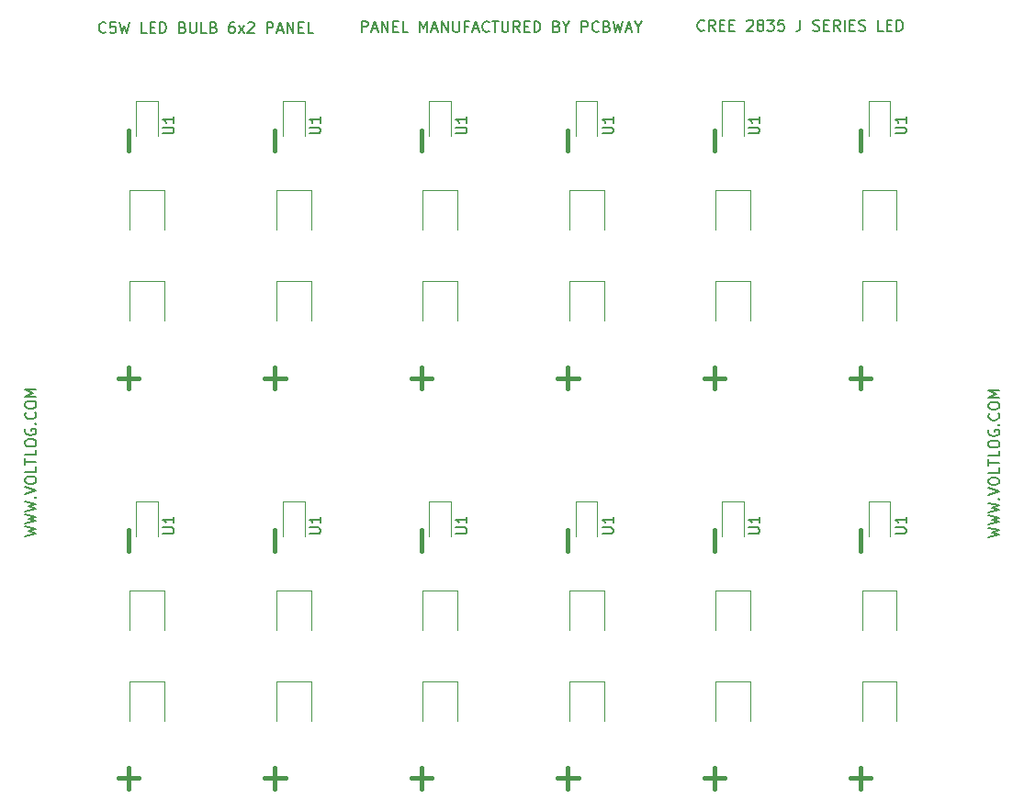
<source format=gbr>
G04 #@! TF.GenerationSoftware,KiCad,Pcbnew,(5.1.5)-3*
G04 #@! TF.CreationDate,2020-08-22T08:16:36+03:00*
G04 #@! TF.ProjectId,C5W LED series,43355720-4c45-4442-9073-65726965732e,rev?*
G04 #@! TF.SameCoordinates,Original*
G04 #@! TF.FileFunction,Legend,Top*
G04 #@! TF.FilePolarity,Positive*
%FSLAX46Y46*%
G04 Gerber Fmt 4.6, Leading zero omitted, Abs format (unit mm)*
G04 Created by KiCad (PCBNEW (5.1.5)-3) date 2020-08-22 08:16:36*
%MOMM*%
%LPD*%
G04 APERTURE LIST*
%ADD10C,0.150000*%
%ADD11C,0.400000*%
%ADD12C,0.120000*%
G04 APERTURE END LIST*
D10*
X213752380Y-98609523D02*
X214752380Y-98371428D01*
X214038095Y-98180952D01*
X214752380Y-97990476D01*
X213752380Y-97752380D01*
X213752380Y-97466666D02*
X214752380Y-97228571D01*
X214038095Y-97038095D01*
X214752380Y-96847619D01*
X213752380Y-96609523D01*
X213752380Y-96323809D02*
X214752380Y-96085714D01*
X214038095Y-95895238D01*
X214752380Y-95704761D01*
X213752380Y-95466666D01*
X214657142Y-95085714D02*
X214704761Y-95038095D01*
X214752380Y-95085714D01*
X214704761Y-95133333D01*
X214657142Y-95085714D01*
X214752380Y-95085714D01*
X213752380Y-94752380D02*
X214752380Y-94419047D01*
X213752380Y-94085714D01*
X213752380Y-93561904D02*
X213752380Y-93371428D01*
X213800000Y-93276190D01*
X213895238Y-93180952D01*
X214085714Y-93133333D01*
X214419047Y-93133333D01*
X214609523Y-93180952D01*
X214704761Y-93276190D01*
X214752380Y-93371428D01*
X214752380Y-93561904D01*
X214704761Y-93657142D01*
X214609523Y-93752380D01*
X214419047Y-93800000D01*
X214085714Y-93800000D01*
X213895238Y-93752380D01*
X213800000Y-93657142D01*
X213752380Y-93561904D01*
X214752380Y-92228571D02*
X214752380Y-92704761D01*
X213752380Y-92704761D01*
X213752380Y-92038095D02*
X213752380Y-91466666D01*
X214752380Y-91752380D02*
X213752380Y-91752380D01*
X214752380Y-90657142D02*
X214752380Y-91133333D01*
X213752380Y-91133333D01*
X213752380Y-90133333D02*
X213752380Y-89942857D01*
X213800000Y-89847619D01*
X213895238Y-89752380D01*
X214085714Y-89704761D01*
X214419047Y-89704761D01*
X214609523Y-89752380D01*
X214704761Y-89847619D01*
X214752380Y-89942857D01*
X214752380Y-90133333D01*
X214704761Y-90228571D01*
X214609523Y-90323809D01*
X214419047Y-90371428D01*
X214085714Y-90371428D01*
X213895238Y-90323809D01*
X213800000Y-90228571D01*
X213752380Y-90133333D01*
X213800000Y-88752380D02*
X213752380Y-88847619D01*
X213752380Y-88990476D01*
X213800000Y-89133333D01*
X213895238Y-89228571D01*
X213990476Y-89276190D01*
X214180952Y-89323809D01*
X214323809Y-89323809D01*
X214514285Y-89276190D01*
X214609523Y-89228571D01*
X214704761Y-89133333D01*
X214752380Y-88990476D01*
X214752380Y-88895238D01*
X214704761Y-88752380D01*
X214657142Y-88704761D01*
X214323809Y-88704761D01*
X214323809Y-88895238D01*
X214657142Y-88276190D02*
X214704761Y-88228571D01*
X214752380Y-88276190D01*
X214704761Y-88323809D01*
X214657142Y-88276190D01*
X214752380Y-88276190D01*
X214657142Y-87228571D02*
X214704761Y-87276190D01*
X214752380Y-87419047D01*
X214752380Y-87514285D01*
X214704761Y-87657142D01*
X214609523Y-87752380D01*
X214514285Y-87800000D01*
X214323809Y-87847619D01*
X214180952Y-87847619D01*
X213990476Y-87800000D01*
X213895238Y-87752380D01*
X213800000Y-87657142D01*
X213752380Y-87514285D01*
X213752380Y-87419047D01*
X213800000Y-87276190D01*
X213847619Y-87228571D01*
X213752380Y-86609523D02*
X213752380Y-86419047D01*
X213800000Y-86323809D01*
X213895238Y-86228571D01*
X214085714Y-86180952D01*
X214419047Y-86180952D01*
X214609523Y-86228571D01*
X214704761Y-86323809D01*
X214752380Y-86419047D01*
X214752380Y-86609523D01*
X214704761Y-86704761D01*
X214609523Y-86800000D01*
X214419047Y-86847619D01*
X214085714Y-86847619D01*
X213895238Y-86800000D01*
X213800000Y-86704761D01*
X213752380Y-86609523D01*
X214752380Y-85752380D02*
X213752380Y-85752380D01*
X214466666Y-85419047D01*
X213752380Y-85085714D01*
X214752380Y-85085714D01*
X124952380Y-98509523D02*
X125952380Y-98271428D01*
X125238095Y-98080952D01*
X125952380Y-97890476D01*
X124952380Y-97652380D01*
X124952380Y-97366666D02*
X125952380Y-97128571D01*
X125238095Y-96938095D01*
X125952380Y-96747619D01*
X124952380Y-96509523D01*
X124952380Y-96223809D02*
X125952380Y-95985714D01*
X125238095Y-95795238D01*
X125952380Y-95604761D01*
X124952380Y-95366666D01*
X125857142Y-94985714D02*
X125904761Y-94938095D01*
X125952380Y-94985714D01*
X125904761Y-95033333D01*
X125857142Y-94985714D01*
X125952380Y-94985714D01*
X124952380Y-94652380D02*
X125952380Y-94319047D01*
X124952380Y-93985714D01*
X124952380Y-93461904D02*
X124952380Y-93271428D01*
X125000000Y-93176190D01*
X125095238Y-93080952D01*
X125285714Y-93033333D01*
X125619047Y-93033333D01*
X125809523Y-93080952D01*
X125904761Y-93176190D01*
X125952380Y-93271428D01*
X125952380Y-93461904D01*
X125904761Y-93557142D01*
X125809523Y-93652380D01*
X125619047Y-93700000D01*
X125285714Y-93700000D01*
X125095238Y-93652380D01*
X125000000Y-93557142D01*
X124952380Y-93461904D01*
X125952380Y-92128571D02*
X125952380Y-92604761D01*
X124952380Y-92604761D01*
X124952380Y-91938095D02*
X124952380Y-91366666D01*
X125952380Y-91652380D02*
X124952380Y-91652380D01*
X125952380Y-90557142D02*
X125952380Y-91033333D01*
X124952380Y-91033333D01*
X124952380Y-90033333D02*
X124952380Y-89842857D01*
X125000000Y-89747619D01*
X125095238Y-89652380D01*
X125285714Y-89604761D01*
X125619047Y-89604761D01*
X125809523Y-89652380D01*
X125904761Y-89747619D01*
X125952380Y-89842857D01*
X125952380Y-90033333D01*
X125904761Y-90128571D01*
X125809523Y-90223809D01*
X125619047Y-90271428D01*
X125285714Y-90271428D01*
X125095238Y-90223809D01*
X125000000Y-90128571D01*
X124952380Y-90033333D01*
X125000000Y-88652380D02*
X124952380Y-88747619D01*
X124952380Y-88890476D01*
X125000000Y-89033333D01*
X125095238Y-89128571D01*
X125190476Y-89176190D01*
X125380952Y-89223809D01*
X125523809Y-89223809D01*
X125714285Y-89176190D01*
X125809523Y-89128571D01*
X125904761Y-89033333D01*
X125952380Y-88890476D01*
X125952380Y-88795238D01*
X125904761Y-88652380D01*
X125857142Y-88604761D01*
X125523809Y-88604761D01*
X125523809Y-88795238D01*
X125857142Y-88176190D02*
X125904761Y-88128571D01*
X125952380Y-88176190D01*
X125904761Y-88223809D01*
X125857142Y-88176190D01*
X125952380Y-88176190D01*
X125857142Y-87128571D02*
X125904761Y-87176190D01*
X125952380Y-87319047D01*
X125952380Y-87414285D01*
X125904761Y-87557142D01*
X125809523Y-87652380D01*
X125714285Y-87700000D01*
X125523809Y-87747619D01*
X125380952Y-87747619D01*
X125190476Y-87700000D01*
X125095238Y-87652380D01*
X125000000Y-87557142D01*
X124952380Y-87414285D01*
X124952380Y-87319047D01*
X125000000Y-87176190D01*
X125047619Y-87128571D01*
X124952380Y-86509523D02*
X124952380Y-86319047D01*
X125000000Y-86223809D01*
X125095238Y-86128571D01*
X125285714Y-86080952D01*
X125619047Y-86080952D01*
X125809523Y-86128571D01*
X125904761Y-86223809D01*
X125952380Y-86319047D01*
X125952380Y-86509523D01*
X125904761Y-86604761D01*
X125809523Y-86700000D01*
X125619047Y-86747619D01*
X125285714Y-86747619D01*
X125095238Y-86700000D01*
X125000000Y-86604761D01*
X124952380Y-86509523D01*
X125952380Y-85652380D02*
X124952380Y-85652380D01*
X125666666Y-85319047D01*
X124952380Y-84985714D01*
X125952380Y-84985714D01*
X155966666Y-52052380D02*
X155966666Y-51052380D01*
X156347619Y-51052380D01*
X156442857Y-51100000D01*
X156490476Y-51147619D01*
X156538095Y-51242857D01*
X156538095Y-51385714D01*
X156490476Y-51480952D01*
X156442857Y-51528571D01*
X156347619Y-51576190D01*
X155966666Y-51576190D01*
X156919047Y-51766666D02*
X157395238Y-51766666D01*
X156823809Y-52052380D02*
X157157142Y-51052380D01*
X157490476Y-52052380D01*
X157823809Y-52052380D02*
X157823809Y-51052380D01*
X158395238Y-52052380D01*
X158395238Y-51052380D01*
X158871428Y-51528571D02*
X159204761Y-51528571D01*
X159347619Y-52052380D02*
X158871428Y-52052380D01*
X158871428Y-51052380D01*
X159347619Y-51052380D01*
X160252380Y-52052380D02*
X159776190Y-52052380D01*
X159776190Y-51052380D01*
X161347619Y-52052380D02*
X161347619Y-51052380D01*
X161680952Y-51766666D01*
X162014285Y-51052380D01*
X162014285Y-52052380D01*
X162442857Y-51766666D02*
X162919047Y-51766666D01*
X162347619Y-52052380D02*
X162680952Y-51052380D01*
X163014285Y-52052380D01*
X163347619Y-52052380D02*
X163347619Y-51052380D01*
X163919047Y-52052380D01*
X163919047Y-51052380D01*
X164395238Y-51052380D02*
X164395238Y-51861904D01*
X164442857Y-51957142D01*
X164490476Y-52004761D01*
X164585714Y-52052380D01*
X164776190Y-52052380D01*
X164871428Y-52004761D01*
X164919047Y-51957142D01*
X164966666Y-51861904D01*
X164966666Y-51052380D01*
X165776190Y-51528571D02*
X165442857Y-51528571D01*
X165442857Y-52052380D02*
X165442857Y-51052380D01*
X165919047Y-51052380D01*
X166252380Y-51766666D02*
X166728571Y-51766666D01*
X166157142Y-52052380D02*
X166490476Y-51052380D01*
X166823809Y-52052380D01*
X167728571Y-51957142D02*
X167680952Y-52004761D01*
X167538095Y-52052380D01*
X167442857Y-52052380D01*
X167300000Y-52004761D01*
X167204761Y-51909523D01*
X167157142Y-51814285D01*
X167109523Y-51623809D01*
X167109523Y-51480952D01*
X167157142Y-51290476D01*
X167204761Y-51195238D01*
X167300000Y-51100000D01*
X167442857Y-51052380D01*
X167538095Y-51052380D01*
X167680952Y-51100000D01*
X167728571Y-51147619D01*
X168014285Y-51052380D02*
X168585714Y-51052380D01*
X168300000Y-52052380D02*
X168300000Y-51052380D01*
X168919047Y-51052380D02*
X168919047Y-51861904D01*
X168966666Y-51957142D01*
X169014285Y-52004761D01*
X169109523Y-52052380D01*
X169300000Y-52052380D01*
X169395238Y-52004761D01*
X169442857Y-51957142D01*
X169490476Y-51861904D01*
X169490476Y-51052380D01*
X170538095Y-52052380D02*
X170204761Y-51576190D01*
X169966666Y-52052380D02*
X169966666Y-51052380D01*
X170347619Y-51052380D01*
X170442857Y-51100000D01*
X170490476Y-51147619D01*
X170538095Y-51242857D01*
X170538095Y-51385714D01*
X170490476Y-51480952D01*
X170442857Y-51528571D01*
X170347619Y-51576190D01*
X169966666Y-51576190D01*
X170966666Y-51528571D02*
X171300000Y-51528571D01*
X171442857Y-52052380D02*
X170966666Y-52052380D01*
X170966666Y-51052380D01*
X171442857Y-51052380D01*
X171871428Y-52052380D02*
X171871428Y-51052380D01*
X172109523Y-51052380D01*
X172252380Y-51100000D01*
X172347619Y-51195238D01*
X172395238Y-51290476D01*
X172442857Y-51480952D01*
X172442857Y-51623809D01*
X172395238Y-51814285D01*
X172347619Y-51909523D01*
X172252380Y-52004761D01*
X172109523Y-52052380D01*
X171871428Y-52052380D01*
X173966666Y-51528571D02*
X174109523Y-51576190D01*
X174157142Y-51623809D01*
X174204761Y-51719047D01*
X174204761Y-51861904D01*
X174157142Y-51957142D01*
X174109523Y-52004761D01*
X174014285Y-52052380D01*
X173633333Y-52052380D01*
X173633333Y-51052380D01*
X173966666Y-51052380D01*
X174061904Y-51100000D01*
X174109523Y-51147619D01*
X174157142Y-51242857D01*
X174157142Y-51338095D01*
X174109523Y-51433333D01*
X174061904Y-51480952D01*
X173966666Y-51528571D01*
X173633333Y-51528571D01*
X174823809Y-51576190D02*
X174823809Y-52052380D01*
X174490476Y-51052380D02*
X174823809Y-51576190D01*
X175157142Y-51052380D01*
X176252380Y-52052380D02*
X176252380Y-51052380D01*
X176633333Y-51052380D01*
X176728571Y-51100000D01*
X176776190Y-51147619D01*
X176823809Y-51242857D01*
X176823809Y-51385714D01*
X176776190Y-51480952D01*
X176728571Y-51528571D01*
X176633333Y-51576190D01*
X176252380Y-51576190D01*
X177823809Y-51957142D02*
X177776190Y-52004761D01*
X177633333Y-52052380D01*
X177538095Y-52052380D01*
X177395238Y-52004761D01*
X177300000Y-51909523D01*
X177252380Y-51814285D01*
X177204761Y-51623809D01*
X177204761Y-51480952D01*
X177252380Y-51290476D01*
X177300000Y-51195238D01*
X177395238Y-51100000D01*
X177538095Y-51052380D01*
X177633333Y-51052380D01*
X177776190Y-51100000D01*
X177823809Y-51147619D01*
X178585714Y-51528571D02*
X178728571Y-51576190D01*
X178776190Y-51623809D01*
X178823809Y-51719047D01*
X178823809Y-51861904D01*
X178776190Y-51957142D01*
X178728571Y-52004761D01*
X178633333Y-52052380D01*
X178252380Y-52052380D01*
X178252380Y-51052380D01*
X178585714Y-51052380D01*
X178680952Y-51100000D01*
X178728571Y-51147619D01*
X178776190Y-51242857D01*
X178776190Y-51338095D01*
X178728571Y-51433333D01*
X178680952Y-51480952D01*
X178585714Y-51528571D01*
X178252380Y-51528571D01*
X179157142Y-51052380D02*
X179395238Y-52052380D01*
X179585714Y-51338095D01*
X179776190Y-52052380D01*
X180014285Y-51052380D01*
X180347619Y-51766666D02*
X180823809Y-51766666D01*
X180252380Y-52052380D02*
X180585714Y-51052380D01*
X180919047Y-52052380D01*
X181442857Y-51576190D02*
X181442857Y-52052380D01*
X181109523Y-51052380D02*
X181442857Y-51576190D01*
X181776190Y-51052380D01*
X187542857Y-51857142D02*
X187495238Y-51904761D01*
X187352380Y-51952380D01*
X187257142Y-51952380D01*
X187114285Y-51904761D01*
X187019047Y-51809523D01*
X186971428Y-51714285D01*
X186923809Y-51523809D01*
X186923809Y-51380952D01*
X186971428Y-51190476D01*
X187019047Y-51095238D01*
X187114285Y-51000000D01*
X187257142Y-50952380D01*
X187352380Y-50952380D01*
X187495238Y-51000000D01*
X187542857Y-51047619D01*
X188542857Y-51952380D02*
X188209523Y-51476190D01*
X187971428Y-51952380D02*
X187971428Y-50952380D01*
X188352380Y-50952380D01*
X188447619Y-51000000D01*
X188495238Y-51047619D01*
X188542857Y-51142857D01*
X188542857Y-51285714D01*
X188495238Y-51380952D01*
X188447619Y-51428571D01*
X188352380Y-51476190D01*
X187971428Y-51476190D01*
X188971428Y-51428571D02*
X189304761Y-51428571D01*
X189447619Y-51952380D02*
X188971428Y-51952380D01*
X188971428Y-50952380D01*
X189447619Y-50952380D01*
X189876190Y-51428571D02*
X190209523Y-51428571D01*
X190352380Y-51952380D02*
X189876190Y-51952380D01*
X189876190Y-50952380D01*
X190352380Y-50952380D01*
X191495238Y-51047619D02*
X191542857Y-51000000D01*
X191638095Y-50952380D01*
X191876190Y-50952380D01*
X191971428Y-51000000D01*
X192019047Y-51047619D01*
X192066666Y-51142857D01*
X192066666Y-51238095D01*
X192019047Y-51380952D01*
X191447619Y-51952380D01*
X192066666Y-51952380D01*
X192638095Y-51380952D02*
X192542857Y-51333333D01*
X192495238Y-51285714D01*
X192447619Y-51190476D01*
X192447619Y-51142857D01*
X192495238Y-51047619D01*
X192542857Y-51000000D01*
X192638095Y-50952380D01*
X192828571Y-50952380D01*
X192923809Y-51000000D01*
X192971428Y-51047619D01*
X193019047Y-51142857D01*
X193019047Y-51190476D01*
X192971428Y-51285714D01*
X192923809Y-51333333D01*
X192828571Y-51380952D01*
X192638095Y-51380952D01*
X192542857Y-51428571D01*
X192495238Y-51476190D01*
X192447619Y-51571428D01*
X192447619Y-51761904D01*
X192495238Y-51857142D01*
X192542857Y-51904761D01*
X192638095Y-51952380D01*
X192828571Y-51952380D01*
X192923809Y-51904761D01*
X192971428Y-51857142D01*
X193019047Y-51761904D01*
X193019047Y-51571428D01*
X192971428Y-51476190D01*
X192923809Y-51428571D01*
X192828571Y-51380952D01*
X193352380Y-50952380D02*
X193971428Y-50952380D01*
X193638095Y-51333333D01*
X193780952Y-51333333D01*
X193876190Y-51380952D01*
X193923809Y-51428571D01*
X193971428Y-51523809D01*
X193971428Y-51761904D01*
X193923809Y-51857142D01*
X193876190Y-51904761D01*
X193780952Y-51952380D01*
X193495238Y-51952380D01*
X193400000Y-51904761D01*
X193352380Y-51857142D01*
X194876190Y-50952380D02*
X194400000Y-50952380D01*
X194352380Y-51428571D01*
X194400000Y-51380952D01*
X194495238Y-51333333D01*
X194733333Y-51333333D01*
X194828571Y-51380952D01*
X194876190Y-51428571D01*
X194923809Y-51523809D01*
X194923809Y-51761904D01*
X194876190Y-51857142D01*
X194828571Y-51904761D01*
X194733333Y-51952380D01*
X194495238Y-51952380D01*
X194400000Y-51904761D01*
X194352380Y-51857142D01*
X196400000Y-50952380D02*
X196400000Y-51666666D01*
X196352380Y-51809523D01*
X196257142Y-51904761D01*
X196114285Y-51952380D01*
X196019047Y-51952380D01*
X197590476Y-51904761D02*
X197733333Y-51952380D01*
X197971428Y-51952380D01*
X198066666Y-51904761D01*
X198114285Y-51857142D01*
X198161904Y-51761904D01*
X198161904Y-51666666D01*
X198114285Y-51571428D01*
X198066666Y-51523809D01*
X197971428Y-51476190D01*
X197780952Y-51428571D01*
X197685714Y-51380952D01*
X197638095Y-51333333D01*
X197590476Y-51238095D01*
X197590476Y-51142857D01*
X197638095Y-51047619D01*
X197685714Y-51000000D01*
X197780952Y-50952380D01*
X198019047Y-50952380D01*
X198161904Y-51000000D01*
X198590476Y-51428571D02*
X198923809Y-51428571D01*
X199066666Y-51952380D02*
X198590476Y-51952380D01*
X198590476Y-50952380D01*
X199066666Y-50952380D01*
X200066666Y-51952380D02*
X199733333Y-51476190D01*
X199495238Y-51952380D02*
X199495238Y-50952380D01*
X199876190Y-50952380D01*
X199971428Y-51000000D01*
X200019047Y-51047619D01*
X200066666Y-51142857D01*
X200066666Y-51285714D01*
X200019047Y-51380952D01*
X199971428Y-51428571D01*
X199876190Y-51476190D01*
X199495238Y-51476190D01*
X200495238Y-51952380D02*
X200495238Y-50952380D01*
X200971428Y-51428571D02*
X201304761Y-51428571D01*
X201447619Y-51952380D02*
X200971428Y-51952380D01*
X200971428Y-50952380D01*
X201447619Y-50952380D01*
X201828571Y-51904761D02*
X201971428Y-51952380D01*
X202209523Y-51952380D01*
X202304761Y-51904761D01*
X202352380Y-51857142D01*
X202400000Y-51761904D01*
X202400000Y-51666666D01*
X202352380Y-51571428D01*
X202304761Y-51523809D01*
X202209523Y-51476190D01*
X202019047Y-51428571D01*
X201923809Y-51380952D01*
X201876190Y-51333333D01*
X201828571Y-51238095D01*
X201828571Y-51142857D01*
X201876190Y-51047619D01*
X201923809Y-51000000D01*
X202019047Y-50952380D01*
X202257142Y-50952380D01*
X202400000Y-51000000D01*
X204066666Y-51952380D02*
X203590476Y-51952380D01*
X203590476Y-50952380D01*
X204400000Y-51428571D02*
X204733333Y-51428571D01*
X204876190Y-51952380D02*
X204400000Y-51952380D01*
X204400000Y-50952380D01*
X204876190Y-50952380D01*
X205304761Y-51952380D02*
X205304761Y-50952380D01*
X205542857Y-50952380D01*
X205685714Y-51000000D01*
X205780952Y-51095238D01*
X205828571Y-51190476D01*
X205876190Y-51380952D01*
X205876190Y-51523809D01*
X205828571Y-51714285D01*
X205780952Y-51809523D01*
X205685714Y-51904761D01*
X205542857Y-51952380D01*
X205304761Y-51952380D01*
X132385714Y-52057142D02*
X132338095Y-52104761D01*
X132195238Y-52152380D01*
X132100000Y-52152380D01*
X131957142Y-52104761D01*
X131861904Y-52009523D01*
X131814285Y-51914285D01*
X131766666Y-51723809D01*
X131766666Y-51580952D01*
X131814285Y-51390476D01*
X131861904Y-51295238D01*
X131957142Y-51200000D01*
X132100000Y-51152380D01*
X132195238Y-51152380D01*
X132338095Y-51200000D01*
X132385714Y-51247619D01*
X133290476Y-51152380D02*
X132814285Y-51152380D01*
X132766666Y-51628571D01*
X132814285Y-51580952D01*
X132909523Y-51533333D01*
X133147619Y-51533333D01*
X133242857Y-51580952D01*
X133290476Y-51628571D01*
X133338095Y-51723809D01*
X133338095Y-51961904D01*
X133290476Y-52057142D01*
X133242857Y-52104761D01*
X133147619Y-52152380D01*
X132909523Y-52152380D01*
X132814285Y-52104761D01*
X132766666Y-52057142D01*
X133671428Y-51152380D02*
X133909523Y-52152380D01*
X134100000Y-51438095D01*
X134290476Y-52152380D01*
X134528571Y-51152380D01*
X136147619Y-52152380D02*
X135671428Y-52152380D01*
X135671428Y-51152380D01*
X136480952Y-51628571D02*
X136814285Y-51628571D01*
X136957142Y-52152380D02*
X136480952Y-52152380D01*
X136480952Y-51152380D01*
X136957142Y-51152380D01*
X137385714Y-52152380D02*
X137385714Y-51152380D01*
X137623809Y-51152380D01*
X137766666Y-51200000D01*
X137861904Y-51295238D01*
X137909523Y-51390476D01*
X137957142Y-51580952D01*
X137957142Y-51723809D01*
X137909523Y-51914285D01*
X137861904Y-52009523D01*
X137766666Y-52104761D01*
X137623809Y-52152380D01*
X137385714Y-52152380D01*
X139480952Y-51628571D02*
X139623809Y-51676190D01*
X139671428Y-51723809D01*
X139719047Y-51819047D01*
X139719047Y-51961904D01*
X139671428Y-52057142D01*
X139623809Y-52104761D01*
X139528571Y-52152380D01*
X139147619Y-52152380D01*
X139147619Y-51152380D01*
X139480952Y-51152380D01*
X139576190Y-51200000D01*
X139623809Y-51247619D01*
X139671428Y-51342857D01*
X139671428Y-51438095D01*
X139623809Y-51533333D01*
X139576190Y-51580952D01*
X139480952Y-51628571D01*
X139147619Y-51628571D01*
X140147619Y-51152380D02*
X140147619Y-51961904D01*
X140195238Y-52057142D01*
X140242857Y-52104761D01*
X140338095Y-52152380D01*
X140528571Y-52152380D01*
X140623809Y-52104761D01*
X140671428Y-52057142D01*
X140719047Y-51961904D01*
X140719047Y-51152380D01*
X141671428Y-52152380D02*
X141195238Y-52152380D01*
X141195238Y-51152380D01*
X142338095Y-51628571D02*
X142480952Y-51676190D01*
X142528571Y-51723809D01*
X142576190Y-51819047D01*
X142576190Y-51961904D01*
X142528571Y-52057142D01*
X142480952Y-52104761D01*
X142385714Y-52152380D01*
X142004761Y-52152380D01*
X142004761Y-51152380D01*
X142338095Y-51152380D01*
X142433333Y-51200000D01*
X142480952Y-51247619D01*
X142528571Y-51342857D01*
X142528571Y-51438095D01*
X142480952Y-51533333D01*
X142433333Y-51580952D01*
X142338095Y-51628571D01*
X142004761Y-51628571D01*
X144195238Y-51152380D02*
X144004761Y-51152380D01*
X143909523Y-51200000D01*
X143861904Y-51247619D01*
X143766666Y-51390476D01*
X143719047Y-51580952D01*
X143719047Y-51961904D01*
X143766666Y-52057142D01*
X143814285Y-52104761D01*
X143909523Y-52152380D01*
X144100000Y-52152380D01*
X144195238Y-52104761D01*
X144242857Y-52057142D01*
X144290476Y-51961904D01*
X144290476Y-51723809D01*
X144242857Y-51628571D01*
X144195238Y-51580952D01*
X144100000Y-51533333D01*
X143909523Y-51533333D01*
X143814285Y-51580952D01*
X143766666Y-51628571D01*
X143719047Y-51723809D01*
X144623809Y-52152380D02*
X145147619Y-51485714D01*
X144623809Y-51485714D02*
X145147619Y-52152380D01*
X145480952Y-51247619D02*
X145528571Y-51200000D01*
X145623809Y-51152380D01*
X145861904Y-51152380D01*
X145957142Y-51200000D01*
X146004761Y-51247619D01*
X146052380Y-51342857D01*
X146052380Y-51438095D01*
X146004761Y-51580952D01*
X145433333Y-52152380D01*
X146052380Y-52152380D01*
X147242857Y-52152380D02*
X147242857Y-51152380D01*
X147623809Y-51152380D01*
X147719047Y-51200000D01*
X147766666Y-51247619D01*
X147814285Y-51342857D01*
X147814285Y-51485714D01*
X147766666Y-51580952D01*
X147719047Y-51628571D01*
X147623809Y-51676190D01*
X147242857Y-51676190D01*
X148195238Y-51866666D02*
X148671428Y-51866666D01*
X148100000Y-52152380D02*
X148433333Y-51152380D01*
X148766666Y-52152380D01*
X149100000Y-52152380D02*
X149100000Y-51152380D01*
X149671428Y-52152380D01*
X149671428Y-51152380D01*
X150147619Y-51628571D02*
X150480952Y-51628571D01*
X150623809Y-52152380D02*
X150147619Y-52152380D01*
X150147619Y-51152380D01*
X150623809Y-51152380D01*
X151528571Y-52152380D02*
X151052380Y-52152380D01*
X151052380Y-51152380D01*
D11*
X201978571Y-121802380D02*
X201978571Y-119897619D01*
X202930952Y-120850000D02*
X201026190Y-120850000D01*
X201978571Y-99902380D02*
X201978571Y-97997619D01*
X161478571Y-121802380D02*
X161478571Y-119897619D01*
X162430952Y-120850000D02*
X160526190Y-120850000D01*
X161478571Y-99902380D02*
X161478571Y-97997619D01*
X174978571Y-99902380D02*
X174978571Y-97997619D01*
X174978571Y-121802380D02*
X174978571Y-119897619D01*
X175930952Y-120850000D02*
X174026190Y-120850000D01*
X147978571Y-99902380D02*
X147978571Y-97997619D01*
X147978571Y-121802380D02*
X147978571Y-119897619D01*
X148930952Y-120850000D02*
X147026190Y-120850000D01*
X188478571Y-99902380D02*
X188478571Y-97997619D01*
X188478571Y-121802380D02*
X188478571Y-119897619D01*
X189430952Y-120850000D02*
X187526190Y-120850000D01*
X134478571Y-121802380D02*
X134478571Y-119897619D01*
X135430952Y-120850000D02*
X133526190Y-120850000D01*
X134478571Y-99902380D02*
X134478571Y-97997619D01*
X201978571Y-63002380D02*
X201978571Y-61097619D01*
X201978571Y-84902380D02*
X201978571Y-82997619D01*
X202930952Y-83950000D02*
X201026190Y-83950000D01*
X188478571Y-63002380D02*
X188478571Y-61097619D01*
X188478571Y-84902380D02*
X188478571Y-82997619D01*
X189430952Y-83950000D02*
X187526190Y-83950000D01*
X174978571Y-84902380D02*
X174978571Y-82997619D01*
X175930952Y-83950000D02*
X174026190Y-83950000D01*
X174978571Y-63002380D02*
X174978571Y-61097619D01*
X161478571Y-63002380D02*
X161478571Y-61097619D01*
X161478571Y-84902380D02*
X161478571Y-82997619D01*
X162430952Y-83950000D02*
X160526190Y-83950000D01*
X147978571Y-84902380D02*
X147978571Y-82997619D01*
X148930952Y-83950000D02*
X147026190Y-83950000D01*
X147978571Y-63002380D02*
X147978571Y-61097619D01*
X134478571Y-63002380D02*
X134478571Y-61097619D01*
X134478571Y-84902380D02*
X134478571Y-82997619D01*
X135430952Y-83950000D02*
X133526190Y-83950000D01*
D12*
X204700000Y-98550000D02*
X204700000Y-95350000D01*
X202700000Y-95350000D02*
X202700000Y-98550000D01*
X202700000Y-95350000D02*
X204700000Y-95350000D01*
X151300000Y-111950000D02*
X148100000Y-111950000D01*
X148100000Y-115550000D02*
X148100000Y-111950000D01*
X151300000Y-115550000D02*
X151300000Y-111950000D01*
X205300000Y-111950000D02*
X202100000Y-111950000D01*
X202100000Y-115550000D02*
X202100000Y-111950000D01*
X205300000Y-115550000D02*
X205300000Y-111950000D01*
X164800000Y-115550000D02*
X164800000Y-111950000D01*
X161600000Y-115550000D02*
X161600000Y-111950000D01*
X164800000Y-111950000D02*
X161600000Y-111950000D01*
X150700000Y-98550000D02*
X150700000Y-95350000D01*
X148700000Y-95350000D02*
X148700000Y-98550000D01*
X148700000Y-95350000D02*
X150700000Y-95350000D01*
X151300000Y-103550000D02*
X148100000Y-103550000D01*
X148100000Y-107150000D02*
X148100000Y-103550000D01*
X151300000Y-107150000D02*
X151300000Y-103550000D01*
X205300000Y-103550000D02*
X202100000Y-103550000D01*
X202100000Y-107150000D02*
X202100000Y-103550000D01*
X205300000Y-107150000D02*
X205300000Y-103550000D01*
X191800000Y-107150000D02*
X191800000Y-103550000D01*
X188600000Y-107150000D02*
X188600000Y-103550000D01*
X191800000Y-103550000D02*
X188600000Y-103550000D01*
X164800000Y-107150000D02*
X164800000Y-103550000D01*
X161600000Y-107150000D02*
X161600000Y-103550000D01*
X164800000Y-103550000D02*
X161600000Y-103550000D01*
X191800000Y-115550000D02*
X191800000Y-111950000D01*
X188600000Y-115550000D02*
X188600000Y-111950000D01*
X191800000Y-111950000D02*
X188600000Y-111950000D01*
X178300000Y-111950000D02*
X175100000Y-111950000D01*
X175100000Y-115550000D02*
X175100000Y-111950000D01*
X178300000Y-115550000D02*
X178300000Y-111950000D01*
X162200000Y-95350000D02*
X164200000Y-95350000D01*
X162200000Y-95350000D02*
X162200000Y-98550000D01*
X164200000Y-98550000D02*
X164200000Y-95350000D01*
X178300000Y-103550000D02*
X175100000Y-103550000D01*
X175100000Y-107150000D02*
X175100000Y-103550000D01*
X178300000Y-107150000D02*
X178300000Y-103550000D01*
X189200000Y-95350000D02*
X191200000Y-95350000D01*
X189200000Y-95350000D02*
X189200000Y-98550000D01*
X191200000Y-98550000D02*
X191200000Y-95350000D01*
X177700000Y-98550000D02*
X177700000Y-95350000D01*
X175700000Y-95350000D02*
X175700000Y-98550000D01*
X175700000Y-95350000D02*
X177700000Y-95350000D01*
X137800000Y-115550000D02*
X137800000Y-111950000D01*
X134600000Y-115550000D02*
X134600000Y-111950000D01*
X137800000Y-111950000D02*
X134600000Y-111950000D01*
X137800000Y-107150000D02*
X137800000Y-103550000D01*
X134600000Y-107150000D02*
X134600000Y-103550000D01*
X137800000Y-103550000D02*
X134600000Y-103550000D01*
X135200000Y-95350000D02*
X137200000Y-95350000D01*
X135200000Y-95350000D02*
X135200000Y-98550000D01*
X137200000Y-98550000D02*
X137200000Y-95350000D01*
X205300000Y-70250000D02*
X205300000Y-66650000D01*
X202100000Y-70250000D02*
X202100000Y-66650000D01*
X205300000Y-66650000D02*
X202100000Y-66650000D01*
X205300000Y-78650000D02*
X205300000Y-75050000D01*
X202100000Y-78650000D02*
X202100000Y-75050000D01*
X205300000Y-75050000D02*
X202100000Y-75050000D01*
X202700000Y-58450000D02*
X204700000Y-58450000D01*
X202700000Y-58450000D02*
X202700000Y-61650000D01*
X204700000Y-61650000D02*
X204700000Y-58450000D01*
X191800000Y-75050000D02*
X188600000Y-75050000D01*
X188600000Y-78650000D02*
X188600000Y-75050000D01*
X191800000Y-78650000D02*
X191800000Y-75050000D01*
X191800000Y-66650000D02*
X188600000Y-66650000D01*
X188600000Y-70250000D02*
X188600000Y-66650000D01*
X191800000Y-70250000D02*
X191800000Y-66650000D01*
X191200000Y-61650000D02*
X191200000Y-58450000D01*
X189200000Y-58450000D02*
X189200000Y-61650000D01*
X189200000Y-58450000D02*
X191200000Y-58450000D01*
X178300000Y-78650000D02*
X178300000Y-75050000D01*
X175100000Y-78650000D02*
X175100000Y-75050000D01*
X178300000Y-75050000D02*
X175100000Y-75050000D01*
X178300000Y-70250000D02*
X178300000Y-66650000D01*
X175100000Y-70250000D02*
X175100000Y-66650000D01*
X178300000Y-66650000D02*
X175100000Y-66650000D01*
X175700000Y-58450000D02*
X177700000Y-58450000D01*
X175700000Y-58450000D02*
X175700000Y-61650000D01*
X177700000Y-61650000D02*
X177700000Y-58450000D01*
X164800000Y-75050000D02*
X161600000Y-75050000D01*
X161600000Y-78650000D02*
X161600000Y-75050000D01*
X164800000Y-78650000D02*
X164800000Y-75050000D01*
X164200000Y-61650000D02*
X164200000Y-58450000D01*
X162200000Y-58450000D02*
X162200000Y-61650000D01*
X162200000Y-58450000D02*
X164200000Y-58450000D01*
X164800000Y-66650000D02*
X161600000Y-66650000D01*
X161600000Y-70250000D02*
X161600000Y-66650000D01*
X164800000Y-70250000D02*
X164800000Y-66650000D01*
X151300000Y-78650000D02*
X151300000Y-75050000D01*
X148100000Y-78650000D02*
X148100000Y-75050000D01*
X151300000Y-75050000D02*
X148100000Y-75050000D01*
X151300000Y-70250000D02*
X151300000Y-66650000D01*
X148100000Y-70250000D02*
X148100000Y-66650000D01*
X151300000Y-66650000D02*
X148100000Y-66650000D01*
X148700000Y-58450000D02*
X150700000Y-58450000D01*
X148700000Y-58450000D02*
X148700000Y-61650000D01*
X150700000Y-61650000D02*
X150700000Y-58450000D01*
X137800000Y-66650000D02*
X134600000Y-66650000D01*
X134600000Y-70250000D02*
X134600000Y-66650000D01*
X137800000Y-70250000D02*
X137800000Y-66650000D01*
X137800000Y-75050000D02*
X134600000Y-75050000D01*
X134600000Y-78650000D02*
X134600000Y-75050000D01*
X137800000Y-78650000D02*
X137800000Y-75050000D01*
X137200000Y-61650000D02*
X137200000Y-58450000D01*
X135200000Y-58450000D02*
X135200000Y-61650000D01*
X135200000Y-58450000D02*
X137200000Y-58450000D01*
D10*
X205152380Y-98311904D02*
X205961904Y-98311904D01*
X206057142Y-98264285D01*
X206104761Y-98216666D01*
X206152380Y-98121428D01*
X206152380Y-97930952D01*
X206104761Y-97835714D01*
X206057142Y-97788095D01*
X205961904Y-97740476D01*
X205152380Y-97740476D01*
X206152380Y-96740476D02*
X206152380Y-97311904D01*
X206152380Y-97026190D02*
X205152380Y-97026190D01*
X205295238Y-97121428D01*
X205390476Y-97216666D01*
X205438095Y-97311904D01*
X151152380Y-98311904D02*
X151961904Y-98311904D01*
X152057142Y-98264285D01*
X152104761Y-98216666D01*
X152152380Y-98121428D01*
X152152380Y-97930952D01*
X152104761Y-97835714D01*
X152057142Y-97788095D01*
X151961904Y-97740476D01*
X151152380Y-97740476D01*
X152152380Y-96740476D02*
X152152380Y-97311904D01*
X152152380Y-97026190D02*
X151152380Y-97026190D01*
X151295238Y-97121428D01*
X151390476Y-97216666D01*
X151438095Y-97311904D01*
X164652380Y-98311904D02*
X165461904Y-98311904D01*
X165557142Y-98264285D01*
X165604761Y-98216666D01*
X165652380Y-98121428D01*
X165652380Y-97930952D01*
X165604761Y-97835714D01*
X165557142Y-97788095D01*
X165461904Y-97740476D01*
X164652380Y-97740476D01*
X165652380Y-96740476D02*
X165652380Y-97311904D01*
X165652380Y-97026190D02*
X164652380Y-97026190D01*
X164795238Y-97121428D01*
X164890476Y-97216666D01*
X164938095Y-97311904D01*
X191652380Y-98311904D02*
X192461904Y-98311904D01*
X192557142Y-98264285D01*
X192604761Y-98216666D01*
X192652380Y-98121428D01*
X192652380Y-97930952D01*
X192604761Y-97835714D01*
X192557142Y-97788095D01*
X192461904Y-97740476D01*
X191652380Y-97740476D01*
X192652380Y-96740476D02*
X192652380Y-97311904D01*
X192652380Y-97026190D02*
X191652380Y-97026190D01*
X191795238Y-97121428D01*
X191890476Y-97216666D01*
X191938095Y-97311904D01*
X178152380Y-98311904D02*
X178961904Y-98311904D01*
X179057142Y-98264285D01*
X179104761Y-98216666D01*
X179152380Y-98121428D01*
X179152380Y-97930952D01*
X179104761Y-97835714D01*
X179057142Y-97788095D01*
X178961904Y-97740476D01*
X178152380Y-97740476D01*
X179152380Y-96740476D02*
X179152380Y-97311904D01*
X179152380Y-97026190D02*
X178152380Y-97026190D01*
X178295238Y-97121428D01*
X178390476Y-97216666D01*
X178438095Y-97311904D01*
X137652380Y-98311904D02*
X138461904Y-98311904D01*
X138557142Y-98264285D01*
X138604761Y-98216666D01*
X138652380Y-98121428D01*
X138652380Y-97930952D01*
X138604761Y-97835714D01*
X138557142Y-97788095D01*
X138461904Y-97740476D01*
X137652380Y-97740476D01*
X138652380Y-96740476D02*
X138652380Y-97311904D01*
X138652380Y-97026190D02*
X137652380Y-97026190D01*
X137795238Y-97121428D01*
X137890476Y-97216666D01*
X137938095Y-97311904D01*
X205152380Y-61411904D02*
X205961904Y-61411904D01*
X206057142Y-61364285D01*
X206104761Y-61316666D01*
X206152380Y-61221428D01*
X206152380Y-61030952D01*
X206104761Y-60935714D01*
X206057142Y-60888095D01*
X205961904Y-60840476D01*
X205152380Y-60840476D01*
X206152380Y-59840476D02*
X206152380Y-60411904D01*
X206152380Y-60126190D02*
X205152380Y-60126190D01*
X205295238Y-60221428D01*
X205390476Y-60316666D01*
X205438095Y-60411904D01*
X191652380Y-61411904D02*
X192461904Y-61411904D01*
X192557142Y-61364285D01*
X192604761Y-61316666D01*
X192652380Y-61221428D01*
X192652380Y-61030952D01*
X192604761Y-60935714D01*
X192557142Y-60888095D01*
X192461904Y-60840476D01*
X191652380Y-60840476D01*
X192652380Y-59840476D02*
X192652380Y-60411904D01*
X192652380Y-60126190D02*
X191652380Y-60126190D01*
X191795238Y-60221428D01*
X191890476Y-60316666D01*
X191938095Y-60411904D01*
X178152380Y-61411904D02*
X178961904Y-61411904D01*
X179057142Y-61364285D01*
X179104761Y-61316666D01*
X179152380Y-61221428D01*
X179152380Y-61030952D01*
X179104761Y-60935714D01*
X179057142Y-60888095D01*
X178961904Y-60840476D01*
X178152380Y-60840476D01*
X179152380Y-59840476D02*
X179152380Y-60411904D01*
X179152380Y-60126190D02*
X178152380Y-60126190D01*
X178295238Y-60221428D01*
X178390476Y-60316666D01*
X178438095Y-60411904D01*
X164652380Y-61411904D02*
X165461904Y-61411904D01*
X165557142Y-61364285D01*
X165604761Y-61316666D01*
X165652380Y-61221428D01*
X165652380Y-61030952D01*
X165604761Y-60935714D01*
X165557142Y-60888095D01*
X165461904Y-60840476D01*
X164652380Y-60840476D01*
X165652380Y-59840476D02*
X165652380Y-60411904D01*
X165652380Y-60126190D02*
X164652380Y-60126190D01*
X164795238Y-60221428D01*
X164890476Y-60316666D01*
X164938095Y-60411904D01*
X151152380Y-61411904D02*
X151961904Y-61411904D01*
X152057142Y-61364285D01*
X152104761Y-61316666D01*
X152152380Y-61221428D01*
X152152380Y-61030952D01*
X152104761Y-60935714D01*
X152057142Y-60888095D01*
X151961904Y-60840476D01*
X151152380Y-60840476D01*
X152152380Y-59840476D02*
X152152380Y-60411904D01*
X152152380Y-60126190D02*
X151152380Y-60126190D01*
X151295238Y-60221428D01*
X151390476Y-60316666D01*
X151438095Y-60411904D01*
X137652380Y-61411904D02*
X138461904Y-61411904D01*
X138557142Y-61364285D01*
X138604761Y-61316666D01*
X138652380Y-61221428D01*
X138652380Y-61030952D01*
X138604761Y-60935714D01*
X138557142Y-60888095D01*
X138461904Y-60840476D01*
X137652380Y-60840476D01*
X138652380Y-59840476D02*
X138652380Y-60411904D01*
X138652380Y-60126190D02*
X137652380Y-60126190D01*
X137795238Y-60221428D01*
X137890476Y-60316666D01*
X137938095Y-60411904D01*
M02*

</source>
